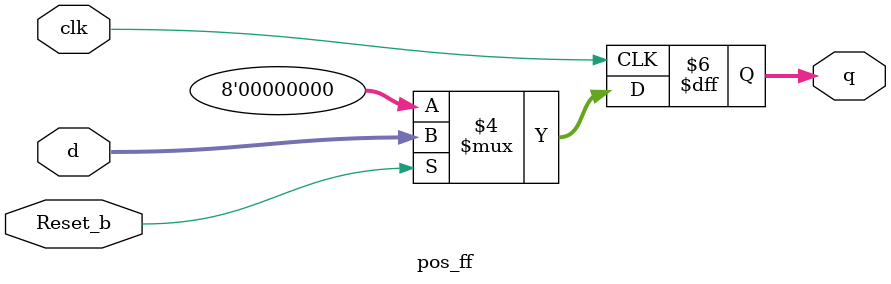
<source format=v>
module part2(Clock, Reset_b, Data, Function, ALUout);

    input Clock, Reset_b;
    input [3:0] Data;
    input [2:0] Function;
    output [7:0] ALUout;

    wire [3:0] A;
    wire [3:0] B;
    wire [3:0] s1,c1;
    reg [7:0] regIn;

    assign A = Data;
    assign B = ALUout[3:0];

    pos_ff flipRegister(.clk(Clock), .Reset_b(Reset_b), .q(ALUout), .d(regIn));
    fourBitAdder adder(.a(A), .b(B), .c_in(0), .s(s1), .c_out(c1)); // Output is max 5 bits

    always @(*)
    begin
        case (Function)
            0: regIn = {c1[3], s1};
            1: regIn = A+B;
            2: regIn = {{4{B[3]}} , B};
            3: regIn = |{A,B} ? 8'b00000001 : 8'b00000000;
            4: regIn = &{A,B} ? 8'b00000001 : 8'b00000000;
            5: regIn = B << A;
            6: regIn = A*B;
            7: regIn = ALUout;
            default: regIn = 8'b00000000;
        endcase
    end

endmodule


// Register
module pos_ff(q, d, clk, Reset_b);
    input [7:0] d;
    input clk, Reset_b;
    output reg [7:0] q;

    always @(posedge clk)
    begin
        if (Reset_b == 1'b0)
            q <= 0;
        else
            q <= d;
    end
endmodule

</source>
